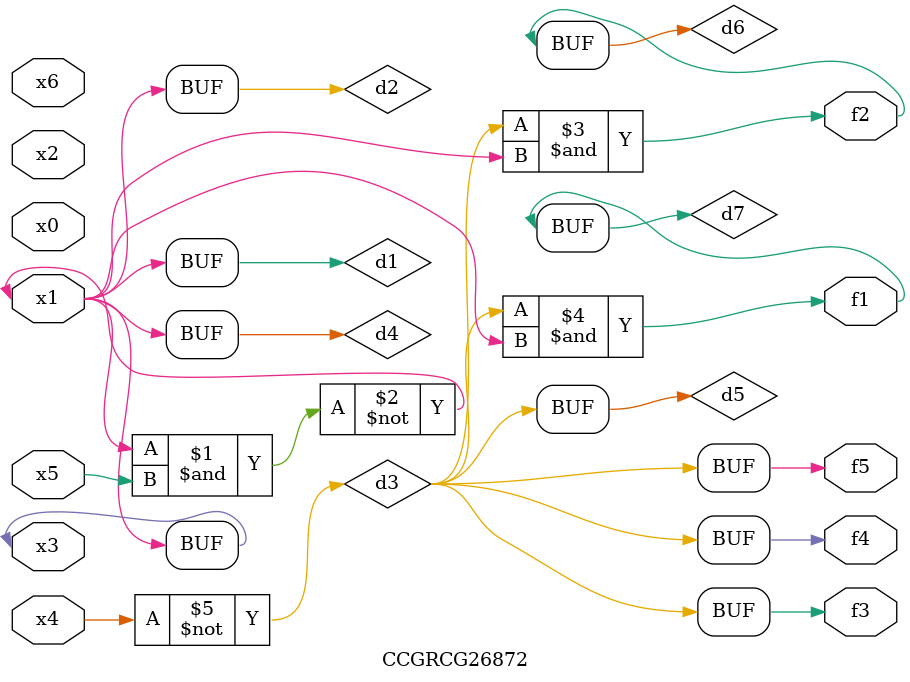
<source format=v>
module CCGRCG26872(
	input x0, x1, x2, x3, x4, x5, x6,
	output f1, f2, f3, f4, f5
);

	wire d1, d2, d3, d4, d5, d6, d7;

	buf (d1, x1, x3);
	nand (d2, x1, x5);
	not (d3, x4);
	buf (d4, d1, d2);
	buf (d5, d3);
	and (d6, d3, d4);
	and (d7, d3, d4);
	assign f1 = d7;
	assign f2 = d6;
	assign f3 = d5;
	assign f4 = d5;
	assign f5 = d5;
endmodule

</source>
